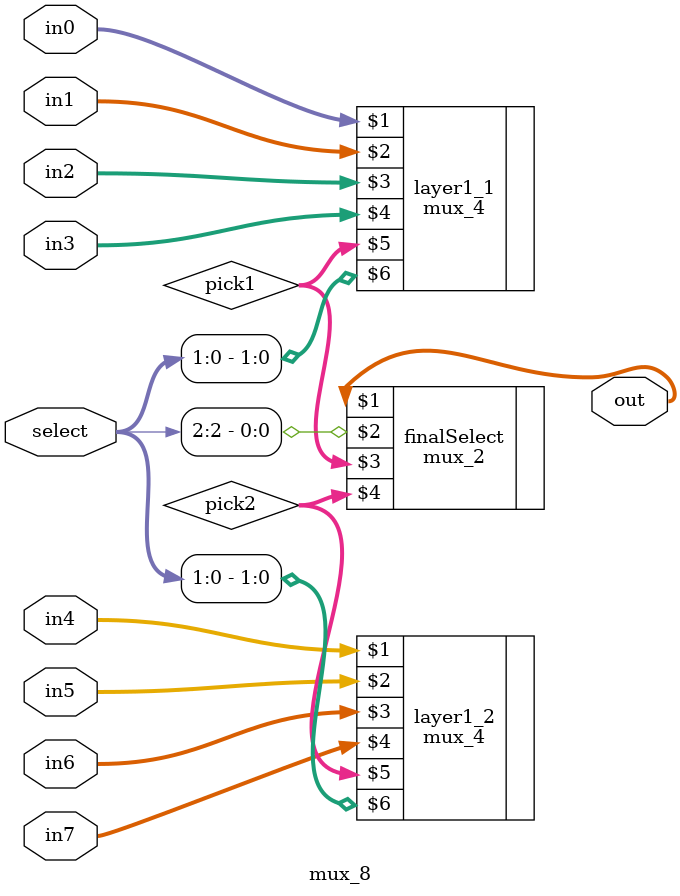
<source format=v>
module mux_8(in0,in1,in2,in3,in4,in5,in6,in7, out, select);
    input [2:0] select;
    input [31:0] in0, in1, in2, in3,in4,in5,in6,in7;
    output [31:0] out;
    wire [31:0] pick1, pick2;


    //module mux_4(in0, in1, in2, in3, out, select);
    mux_4 layer1_1(in0, in1, in2, in3, pick1, select[1:0]);
    mux_4 layer1_2(in4, in5, in6, in7, pick2, select[1:0]);
    mux_2 finalSelect(out, select[2], pick1,pick2);
endmodule
</source>
